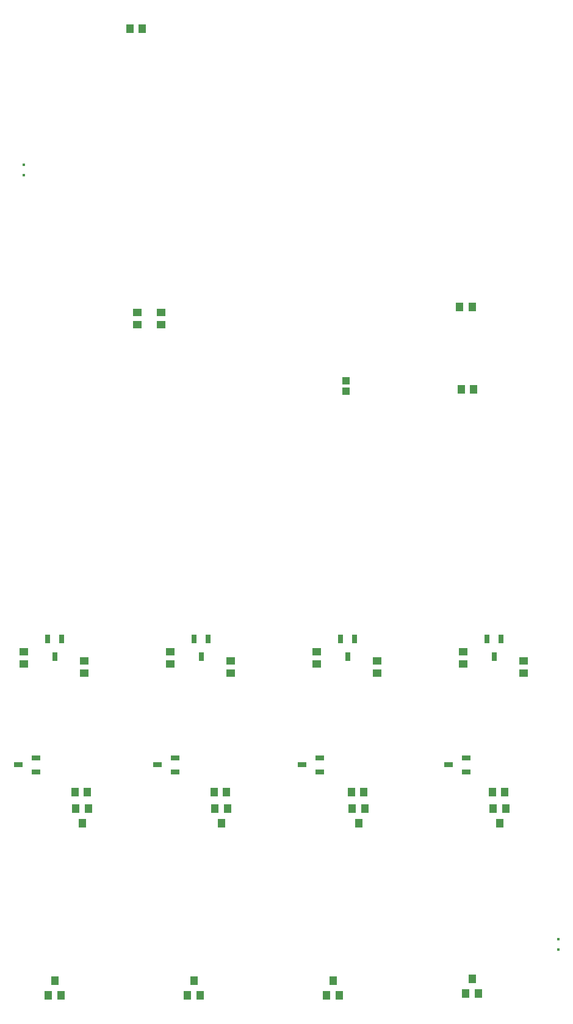
<source format=gbp>
G04 Layer: BottomPasteMaskLayer*
G04 EasyEDA v5.9.42, Thu, 04 Apr 2019 19:27:21 GMT*
G04 a42c463e7e4844508e23aeb05d994216*
G04 Gerber Generator version 0.2*
G04 Scale: 100 percent, Rotated: No, Reflected: No *
G04 Dimensions in millimeters *
G04 leading zeros omitted , absolute positions ,3 integer and 3 decimal *
%FSLAX33Y33*%
%MOMM*%
G90*
G71D02*

%ADD42R,1.198880X1.099820*%
%ADD43R,1.099820X1.198880*%
%ADD44R,1.099998X0.999998*%
%ADD45R,1.016000X1.143000*%
%ADD46R,1.250010X0.699999*%
%ADD47R,0.699999X1.250010*%
%ADD48R,0.398780X0.398780*%

%LPD*%
G54D42*
G01X11176Y52561D03*
G01X11176Y54260D03*
G01X31496Y52561D03*
G01X31496Y54260D03*
G01X51816Y52561D03*
G01X51816Y54260D03*
G01X72136Y52561D03*
G01X72136Y54260D03*
G54D43*
G01X39368Y34780D03*
G01X37669Y34780D03*
G54D42*
G01X39878Y51291D03*
G01X39878Y52990D03*
G01X60198Y51291D03*
G01X60198Y52990D03*
G54D43*
G01X77976Y34780D03*
G01X76277Y34780D03*
G54D42*
G01X80518Y51291D03*
G01X80518Y52990D03*
G01X19558Y51291D03*
G01X19558Y52990D03*
G54D43*
G01X20064Y34780D03*
G01X18365Y34780D03*
G01X73658Y90660D03*
G01X71959Y90660D03*
G01X58418Y34780D03*
G01X56719Y34780D03*
G54D44*
G01X55880Y91829D03*
G01X55880Y90430D03*
G54D42*
G01X26924Y101329D03*
G01X26924Y99630D03*
G01X30226Y101326D03*
G01X30226Y99627D03*
G54D43*
G01X25909Y140698D03*
G01X27608Y140698D03*
G54D45*
G01X15494Y8618D03*
G01X14605Y6586D03*
G01X16383Y6586D03*
G01X38608Y30462D03*
G01X39497Y32494D03*
G01X37719Y32494D03*
G01X34798Y8618D03*
G01X33909Y6586D03*
G01X35687Y6586D03*
G01X57658Y30462D03*
G01X58547Y32494D03*
G01X56769Y32494D03*
G01X54102Y8618D03*
G01X53213Y6586D03*
G01X54991Y6586D03*
G01X77216Y30462D03*
G01X78105Y32494D03*
G01X76327Y32494D03*
G01X73406Y8872D03*
G01X72517Y6840D03*
G01X74295Y6840D03*
G01X19304Y30462D03*
G01X20193Y32494D03*
G01X18415Y32494D03*
G54D46*
G01X10434Y38590D03*
G01X12933Y37640D03*
G01X12933Y39540D03*
G54D47*
G01X15494Y53596D03*
G01X16443Y56095D03*
G01X14544Y56095D03*
G54D46*
G01X29738Y38590D03*
G01X32237Y37640D03*
G01X32237Y39540D03*
G54D47*
G01X35814Y53596D03*
G01X36763Y56095D03*
G01X34864Y56095D03*
G54D46*
G01X49804Y38590D03*
G01X52303Y37640D03*
G01X52303Y39540D03*
G54D47*
G01X56134Y53596D03*
G01X57083Y56095D03*
G01X55184Y56095D03*
G54D46*
G01X70124Y38590D03*
G01X72623Y37640D03*
G01X72623Y39540D03*
G54D47*
G01X76454Y53596D03*
G01X77403Y56095D03*
G01X75504Y56095D03*
G54D43*
G01X73407Y102090D03*
G01X71708Y102090D03*
G54D48*
G01X85345Y12985D03*
G01X85345Y14408D03*
G01X11177Y120427D03*
G01X11177Y121850D03*
M00*
M02*

</source>
